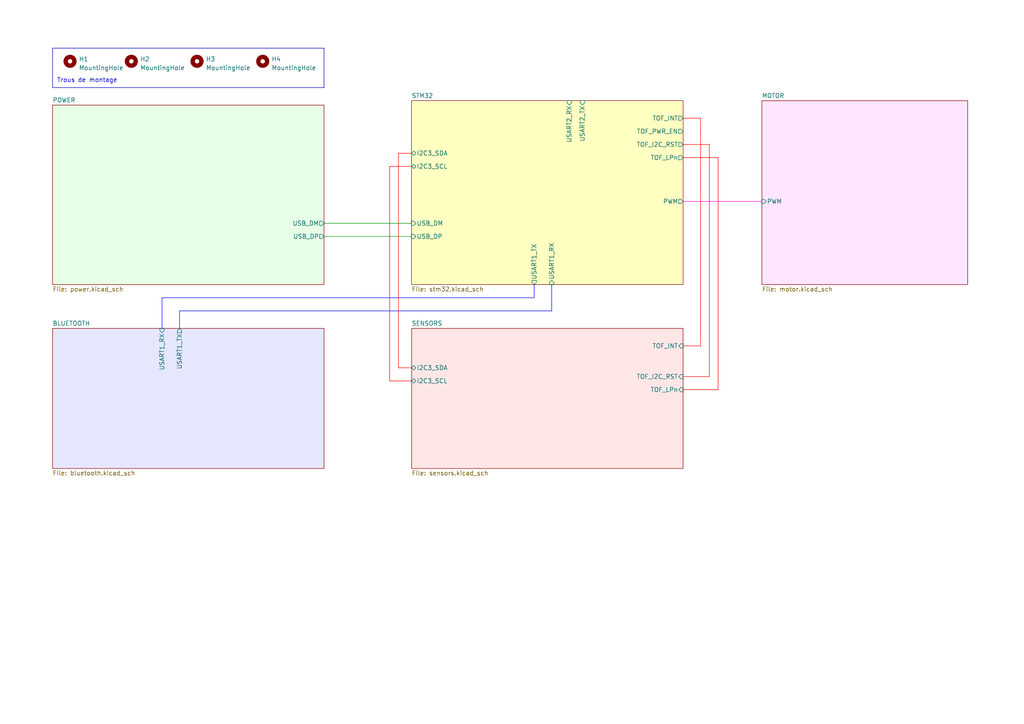
<source format=kicad_sch>
(kicad_sch (version 20230121) (generator eeschema)
  (paper "A4")
  (title_block (title "PCB controler") (company "ENSEA"))
  (lib_symbols
    (symbol "Mechanical:MountingHole" (pin_names (offset 1.016))
      (property "Reference" "H" (at 0 5.08 0))
      (property "Value" "MountingHole" (at 0 3.175 0))
      (symbol "MountingHole_0_1"
        (circle (center 0 0) (radius 1.27) (stroke (width 1.27)))
      )
    )
  )
  (wire (pts (xy 119.38 44.45) (xy 115.57 44.45)) (stroke (width 0) (color 255 0 0 1)))
  (wire (pts (xy 198.12 109.22) (xy 205.74 109.22)) (stroke (width 0) (color 255 0 0 1)))
  (wire (pts (xy 198.12 45.72) (xy 208.28 45.72)) (stroke (width 0) (color 255 0 0 1)))
  (polyline (pts (xy 15.24 25.4) (xy 93.98 25.4)))
  (wire (pts (xy 160.02 82.55) (xy 160.02 90.17)) (stroke (width 0) (color 0 0 255 1)))
  (wire (pts (xy 198.12 41.91) (xy 205.74 41.91)) (stroke (width 0) (color 255 0 0 1)))
  (wire (pts (xy 198.12 34.29) (xy 203.2 34.29)) (stroke (width 0) (color 255 0 0 1)))
  (wire (pts (xy 154.94 86.36) (xy 46.99 86.36)) (stroke (width 0) (color 0 0 255 1)))
  (wire (pts (xy 198.12 58.42) (xy 220.98 58.42)) (stroke (width 0) (color 255 0 255 1)))
  (wire (pts (xy 46.99 86.36) (xy 46.99 95.25)) (stroke (width 0) (color 0 0 255 1)))
  (polyline (pts (xy 15.24 13.97) (xy 93.98 13.97)))
  (wire (pts (xy 93.98 64.77) (xy 119.38 64.77)))
  (wire (pts (xy 119.38 48.26) (xy 113.03 48.26)) (stroke (width 0) (color 255 0 0 1)))
  (wire (pts (xy 154.94 82.55) (xy 154.94 86.36)) (stroke (width 0) (color 0 0 255 1)))
  (wire (pts (xy 208.28 45.72) (xy 208.28 113.03)) (stroke (width 0) (color 255 0 0 1)))
  (polyline (pts (xy 15.24 13.97) (xy 15.24 25.4)))
  (polyline (pts (xy 93.98 25.4) (xy 93.98 13.97)))
  (wire (pts (xy 113.03 48.26) (xy 113.03 110.49)) (stroke (width 0) (color 255 0 0 1)))
  (wire (pts (xy 115.57 44.45) (xy 115.57 106.68)) (stroke (width 0) (color 255 0 0 1)))
  (wire (pts (xy 113.03 110.49) (xy 119.38 110.49)) (stroke (width 0) (color 255 0 0 1)))
  (wire (pts (xy 203.2 34.29) (xy 203.2 100.33)) (stroke (width 0) (color 255 0 0 1)))
  (wire (pts (xy 208.28 113.03) (xy 198.12 113.03)) (stroke (width 0) (color 255 0 0 1)))
  (wire (pts (xy 205.74 41.91) (xy 205.74 109.22)) (stroke (width 0) (color 255 0 0 1)))
  (wire (pts (xy 160.02 90.17) (xy 52.07 90.17)) (stroke (width 0) (color 0 0 255 1)))
  (wire (pts (xy 115.57 106.68) (xy 119.38 106.68)) (stroke (width 0) (color 255 0 0 1)))
  (wire (pts (xy 93.98 68.58) (xy 119.38 68.58)))
  (wire (pts (xy 52.07 90.17) (xy 52.07 95.25)) (stroke (width 0) (color 0 0 255 1)))
  (wire (pts (xy 203.2 100.33) (xy 198.12 100.33)) (stroke (width 0) (color 255 0 0 1)))
  (text "Trous de montage\n" (at 16.51 24.13 0) (effects (font (size 1.27 1.27)) (justify left bottom)))
  (symbol (lib_id "Mechanical:MountingHole") (at 57.15 17.78 0) (unit 1)
    (property "Reference" "H3" (at 59.69 17.145 0) (effects (justify left)))
    (property "Value" "MountingHole" (at 59.69 19.685 0) (effects (justify left)))
  )
  (symbol (lib_id "Mechanical:MountingHole") (at 76.2 17.78 0) (unit 1)
    (property "Reference" "H4" (at 78.74 17.145 0) (effects (justify left)))
    (property "Value" "MountingHole" (at 78.74 19.685 0) (effects (justify left)))
  )
  (symbol (lib_id "Mechanical:MountingHole") (at 38.1 17.78 0) (unit 1)
    (property "Reference" "H2" (at 40.64 17.145 0) (effects (justify left)))
    (property "Value" "MountingHole" (at 40.64 19.685 0) (effects (justify left)))
  )
  (symbol (lib_id "Mechanical:MountingHole") (at 20.32 17.78 0) (unit 1)
    (property "Reference" "H1" (at 22.86 17.145 0) (effects (justify left)))
    (property "Value" "MountingHole" (at 22.86 19.685 0) (effects (justify left)))
  )
  (sheet (at 119.38 95.25) (size 78.74 40.64) (stroke (width 0.1524)) (fill (color 255 0 0 0.1000))
    (property "Sheetname" "SENSORS" (at 119.38 94.5384 0) (effects (justify left bottom)))
    (property "Sheetfile" "sensors.kicad_sch" (at 119.38 136.4746 0) (effects (justify left top)))
    (pin "I2C3_SDA" bidirectional (at 119.38 106.68 180))
    (pin "I2C3_SCL" bidirectional (at 119.38 110.49 180))
    (pin "TOF_LPn" input (at 198.12 113.03 0))
    (pin "TOF_INT" input (at 198.12 100.33 0))
    (pin "TOF_I2C_RST" input (at 198.12 109.22 0))
  )
  (sheet (at 15.24 30.48) (size 78.74 52.07) (stroke (width 0.1524)) (fill (color 0 255 0 0.1000))
    (property "Sheetname" "POWER" (at 15.24 29.7684 0) (effects (justify left bottom)))
    (property "Sheetfile" "power.kicad_sch" (at 15.24 83.1346 0) (effects (justify left top)))
    (pin "USB_DP" output (at 93.98 68.58 0))
    (pin "USB_DM" output (at 93.98 64.77 0))
  )
  (sheet (at 119.38 29.21) (size 78.74 53.34) (stroke (width 0.1524)) (fill (color 255 255 194 1.0000))
    (property "Sheetname" "STM32" (at 119.38 28.4984 0) (effects (justify left bottom)))
    (property "Sheetfile" "stm32.kicad_sch" (at 119.38 83.1346 0) (effects (justify left top)))
    (pin "TOF_INT" output (at 198.12 34.29 0))
    (pin "USB_DP" input (at 119.38 68.58 180))
    (pin "USART1_TX" output (at 154.94 82.55 270))
    (pin "I2C3_SDA" bidirectional (at 119.38 44.45 180))
    (pin "USB_DM" input (at 119.38 64.77 180))
    (pin "I2C3_SCL" bidirectional (at 119.38 48.26 180))
    (pin "USART1_RX" input (at 160.02 82.55 270))
    (pin "TOF_PWR_EN" output (at 198.12 38.1 0))
    (pin "PWM" output (at 198.12 58.42 0))
    (pin "TOF_I2C_RST" output (at 198.12 41.91 0))
    (pin "USART2_RX" input (at 165.1 29.21 90))
    (pin "USART2_TX" input (at 168.91 29.21 90))
    (pin "TOF_LPn" output (at 198.12 45.72 0))
  )
  (sheet (at 15.24 95.25) (size 78.74 40.64) (stroke (width 0.1524)) (fill (color 0 0 255 0.1000))
    (property "Sheetname" "BLUETOOTH" (at 15.24 94.5384 0) (effects (justify left bottom)))
    (property "Sheetfile" "bluetooth.kicad_sch" (at 15.24 136.4746 0) (effects (justify left top)))
    (pin "USART1_RX" input (at 46.99 95.25 90))
    (pin "USART1_TX" output (at 52.07 95.25 90))
  )
  (sheet (at 220.98 29.21) (size 59.69 53.34) (stroke (width 0.1524)) (fill (color 255 0 255 0.1000))
    (property "Sheetname" "MOTOR" (at 220.98 28.4984 0) (effects (justify left bottom)))
    (property "Sheetfile" "motor.kicad_sch" (at 220.98 83.1346 0) (effects (justify left top)))
    (pin "PWM" input (at 220.98 58.42 180))
  )
)
</source>
